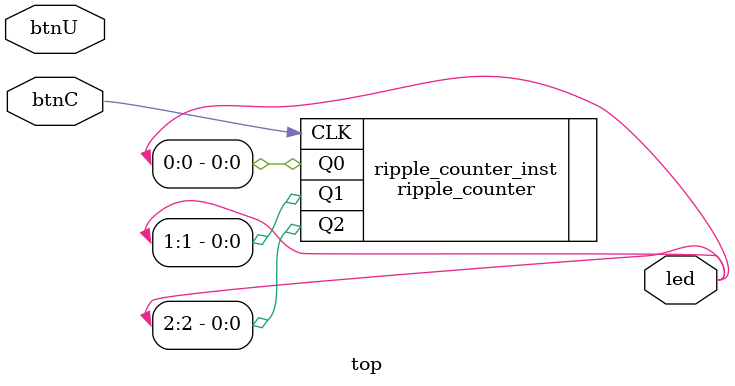
<source format=v>
module top(
    input btnU, btnC,
    output [6:0] led
);

//ripple counter and modulo divider inst here

ripple_counter ripple_counter_inst (
        .CLK(btnC),
        .Q0(led[0]),
        .Q1(led[1]),
        .Q2(led[2])
    );

endmodule
</source>
